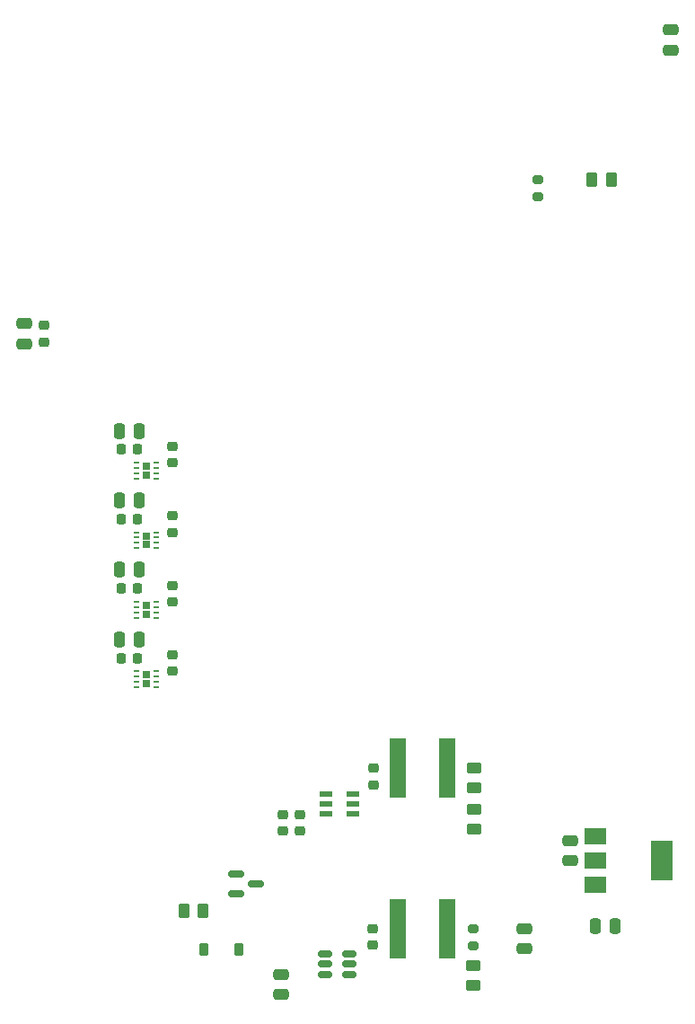
<source format=gbr>
%TF.GenerationSoftware,KiCad,Pcbnew,7.0.8-7.0.8~ubuntu22.04.1*%
%TF.CreationDate,2023-12-19T03:44:51+01:00*%
%TF.ProjectId,MecanumDevBoard,4d656361-6e75-46d4-9465-76426f617264,1.0*%
%TF.SameCoordinates,Original*%
%TF.FileFunction,Paste,Top*%
%TF.FilePolarity,Positive*%
%FSLAX46Y46*%
G04 Gerber Fmt 4.6, Leading zero omitted, Abs format (unit mm)*
G04 Created by KiCad (PCBNEW 7.0.8-7.0.8~ubuntu22.04.1) date 2023-12-19 03:44:51*
%MOMM*%
%LPD*%
G01*
G04 APERTURE LIST*
G04 Aperture macros list*
%AMRoundRect*
0 Rectangle with rounded corners*
0 $1 Rounding radius*
0 $2 $3 $4 $5 $6 $7 $8 $9 X,Y pos of 4 corners*
0 Add a 4 corners polygon primitive as box body*
4,1,4,$2,$3,$4,$5,$6,$7,$8,$9,$2,$3,0*
0 Add four circle primitives for the rounded corners*
1,1,$1+$1,$2,$3*
1,1,$1+$1,$4,$5*
1,1,$1+$1,$6,$7*
1,1,$1+$1,$8,$9*
0 Add four rect primitives between the rounded corners*
20,1,$1+$1,$2,$3,$4,$5,0*
20,1,$1+$1,$4,$5,$6,$7,0*
20,1,$1+$1,$6,$7,$8,$9,0*
20,1,$1+$1,$8,$9,$2,$3,0*%
G04 Aperture macros list end*
%ADD10RoundRect,0.250000X-0.250000X-0.475000X0.250000X-0.475000X0.250000X0.475000X-0.250000X0.475000X0*%
%ADD11R,2.000000X1.500000*%
%ADD12R,2.000000X3.800000*%
%ADD13R,0.750000X0.650000*%
%ADD14R,0.500000X0.250000*%
%ADD15RoundRect,0.250000X-0.262500X-0.450000X0.262500X-0.450000X0.262500X0.450000X-0.262500X0.450000X0*%
%ADD16R,1.600000X5.700000*%
%ADD17RoundRect,0.225000X0.250000X-0.225000X0.250000X0.225000X-0.250000X0.225000X-0.250000X-0.225000X0*%
%ADD18RoundRect,0.250000X-0.450000X0.262500X-0.450000X-0.262500X0.450000X-0.262500X0.450000X0.262500X0*%
%ADD19RoundRect,0.225000X0.225000X0.375000X-0.225000X0.375000X-0.225000X-0.375000X0.225000X-0.375000X0*%
%ADD20RoundRect,0.250000X-0.475000X0.250000X-0.475000X-0.250000X0.475000X-0.250000X0.475000X0.250000X0*%
%ADD21RoundRect,0.225000X-0.250000X0.225000X-0.250000X-0.225000X0.250000X-0.225000X0.250000X0.225000X0*%
%ADD22RoundRect,0.150000X-0.512500X-0.150000X0.512500X-0.150000X0.512500X0.150000X-0.512500X0.150000X0*%
%ADD23RoundRect,0.200000X-0.275000X0.200000X-0.275000X-0.200000X0.275000X-0.200000X0.275000X0.200000X0*%
%ADD24RoundRect,0.250000X0.475000X-0.250000X0.475000X0.250000X-0.475000X0.250000X-0.475000X-0.250000X0*%
%ADD25RoundRect,0.225000X-0.225000X-0.250000X0.225000X-0.250000X0.225000X0.250000X-0.225000X0.250000X0*%
%ADD26RoundRect,0.150000X-0.587500X-0.150000X0.587500X-0.150000X0.587500X0.150000X-0.587500X0.150000X0*%
%ADD27RoundRect,0.200000X0.275000X-0.200000X0.275000X0.200000X-0.275000X0.200000X-0.275000X-0.200000X0*%
%ADD28R,1.250000X0.600000*%
G04 APERTURE END LIST*
D10*
%TO.C,C3*%
X79190000Y-134930000D03*
X81090000Y-134930000D03*
%TD*%
D11*
%TO.C,U8*%
X124090000Y-173130000D03*
X124090000Y-175430000D03*
D12*
X130390000Y-175430000D03*
D11*
X124090000Y-177730000D03*
%TD*%
D13*
%TO.C,U1*%
X81740000Y-138280000D03*
X81740000Y-139080000D03*
D14*
X80790000Y-137930000D03*
X80790000Y-138430000D03*
X80790000Y-138930000D03*
X80790000Y-139430000D03*
X82690000Y-139430000D03*
X82690000Y-138930000D03*
X82690000Y-138430000D03*
X82690000Y-137930000D03*
%TD*%
D10*
%TO.C,C9*%
X79190000Y-148010000D03*
X81090000Y-148010000D03*
%TD*%
D15*
%TO.C,R5*%
X123790000Y-111225000D03*
X125615000Y-111225000D03*
%TD*%
D16*
%TO.C,L2*%
X105440000Y-181830000D03*
X110140000Y-181830000D03*
%TD*%
D17*
%TO.C,C4*%
X84240000Y-144480000D03*
X84240000Y-142930000D03*
%TD*%
D13*
%TO.C,U4*%
X81740000Y-157930000D03*
X81740000Y-158730000D03*
D14*
X80790000Y-157580000D03*
X80790000Y-158080000D03*
X80790000Y-158580000D03*
X80790000Y-159080000D03*
X82690000Y-159080000D03*
X82690000Y-158580000D03*
X82690000Y-158080000D03*
X82690000Y-157580000D03*
%TD*%
D13*
%TO.C,U2*%
X81740000Y-144830000D03*
X81740000Y-145630000D03*
D14*
X80790000Y-144480000D03*
X80790000Y-144980000D03*
X80790000Y-145480000D03*
X80790000Y-145980000D03*
X82690000Y-145980000D03*
X82690000Y-145480000D03*
X82690000Y-144980000D03*
X82690000Y-144480000D03*
%TD*%
D16*
%TO.C,L1*%
X105440000Y-166730000D03*
X110140000Y-166730000D03*
%TD*%
D18*
%TO.C,R8*%
X112640000Y-170605000D03*
X112640000Y-172430000D03*
%TD*%
D10*
%TO.C,C19*%
X124090000Y-181630000D03*
X125990000Y-181630000D03*
%TD*%
D19*
%TO.C,D1*%
X90440000Y-183780000D03*
X87140000Y-183780000D03*
%TD*%
D20*
%TO.C,C13*%
X131240000Y-97130000D03*
X131240000Y-99030000D03*
%TD*%
D17*
%TO.C,C1*%
X84240000Y-137930000D03*
X84240000Y-136380000D03*
%TD*%
D18*
%TO.C,R10*%
X112590000Y-185330000D03*
X112590000Y-187155000D03*
%TD*%
D17*
%TO.C,C10*%
X84190000Y-157580000D03*
X84190000Y-156030000D03*
%TD*%
D21*
%TO.C,C23*%
X94590000Y-171080000D03*
X94590000Y-172630000D03*
%TD*%
D17*
%TO.C,C7*%
X84240000Y-151030000D03*
X84240000Y-149480000D03*
%TD*%
D13*
%TO.C,U3*%
X81740000Y-151380000D03*
X81740000Y-152180000D03*
D14*
X80790000Y-151030000D03*
X80790000Y-151530000D03*
X80790000Y-152030000D03*
X80790000Y-152530000D03*
X82690000Y-152530000D03*
X82690000Y-152030000D03*
X82690000Y-151530000D03*
X82690000Y-151030000D03*
%TD*%
D18*
%TO.C,R3*%
X112640000Y-166730000D03*
X112640000Y-168555000D03*
%TD*%
D21*
%TO.C,C15*%
X72095000Y-124995000D03*
X72095000Y-126545000D03*
%TD*%
D20*
%TO.C,C17*%
X94440000Y-186130000D03*
X94440000Y-188030000D03*
%TD*%
D21*
%TO.C,C22*%
X96240000Y-171080000D03*
X96240000Y-172630000D03*
%TD*%
D22*
%TO.C,U7*%
X98602500Y-184230000D03*
X98602500Y-185180000D03*
X98602500Y-186130000D03*
X100877500Y-186130000D03*
X100877500Y-185180000D03*
X100877500Y-184230000D03*
%TD*%
D10*
%TO.C,C6*%
X79190000Y-141480000D03*
X81090000Y-141480000D03*
%TD*%
D20*
%TO.C,C24*%
X117390000Y-181830000D03*
X117390000Y-183730000D03*
%TD*%
D23*
%TO.C,R9*%
X112590000Y-181830000D03*
X112590000Y-183480000D03*
%TD*%
D24*
%TO.C,C20*%
X121690000Y-175430000D03*
X121690000Y-173530000D03*
%TD*%
D25*
%TO.C,C2*%
X79365000Y-136680000D03*
X80915000Y-136680000D03*
%TD*%
%TO.C,C8*%
X79365000Y-149780000D03*
X80915000Y-149780000D03*
%TD*%
%TO.C,C5*%
X79365000Y-143230000D03*
X80915000Y-143230000D03*
%TD*%
D26*
%TO.C,Q4*%
X90190000Y-176680000D03*
X90190000Y-178580000D03*
X92065000Y-177630000D03*
%TD*%
D21*
%TO.C,C18*%
X103090000Y-181830000D03*
X103090000Y-183380000D03*
%TD*%
D27*
%TO.C,R6*%
X118690000Y-112875000D03*
X118690000Y-111225000D03*
%TD*%
D10*
%TO.C,C12*%
X79190000Y-154580000D03*
X81090000Y-154580000D03*
%TD*%
D15*
%TO.C,R7*%
X85277500Y-180130000D03*
X87102500Y-180130000D03*
%TD*%
D21*
%TO.C,C16*%
X103140000Y-166730000D03*
X103140000Y-168280000D03*
%TD*%
D25*
%TO.C,C11*%
X79365000Y-156330000D03*
X80915000Y-156330000D03*
%TD*%
D28*
%TO.C,PS1*%
X98690000Y-169130000D03*
X98690000Y-170080000D03*
X98690000Y-171030000D03*
X101190000Y-171030000D03*
X101190000Y-170080000D03*
X101190000Y-169130000D03*
%TD*%
D20*
%TO.C,C14*%
X70245000Y-124820000D03*
X70245000Y-126720000D03*
%TD*%
M02*

</source>
